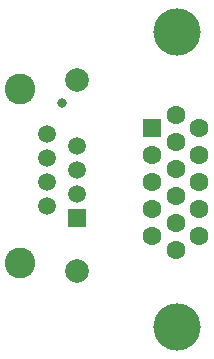
<source format=gts>
G04 #@! TF.GenerationSoftware,KiCad,Pcbnew,(5.1.8)-1*
G04 #@! TF.CreationDate,2023-06-17T02:04:58+09:00*
G04 #@! TF.ProjectId,VGAFRJ45,56474146-524a-4343-952e-6b696361645f,rev?*
G04 #@! TF.SameCoordinates,PX9157080PY791ddc0*
G04 #@! TF.FileFunction,Soldermask,Top*
G04 #@! TF.FilePolarity,Negative*
%FSLAX46Y46*%
G04 Gerber Fmt 4.6, Leading zero omitted, Abs format (unit mm)*
G04 Created by KiCad (PCBNEW (5.1.8)-1) date 2023-06-17 02:04:58*
%MOMM*%
%LPD*%
G01*
G04 APERTURE LIST*
%ADD10C,2.000000*%
%ADD11C,1.500000*%
%ADD12R,1.500000X1.500000*%
%ADD13C,2.600000*%
%ADD14C,1.600000*%
%ADD15C,4.000000*%
%ADD16R,1.600000X1.600000*%
%ADD17C,0.800000*%
G04 APERTURE END LIST*
D10*
X8890000Y24384000D03*
X8890000Y8255000D03*
D11*
X6350000Y19812000D03*
X6350000Y13716000D03*
X8890000Y14732000D03*
X6350000Y15748000D03*
X8890000Y16764000D03*
X6350000Y17780000D03*
X8890000Y18796000D03*
D12*
X8890000Y12700000D03*
D13*
X4064000Y23622000D03*
X4064000Y8890000D03*
D14*
X17240000Y10033000D03*
D15*
X17290000Y28505000D03*
X17290000Y3505000D03*
D14*
X19200000Y11160000D03*
X19200000Y13450000D03*
X19200000Y15740000D03*
X19200000Y18030000D03*
X19200000Y20320000D03*
X17220000Y12305000D03*
X17220000Y14595000D03*
X17220000Y16885000D03*
X17220000Y19175000D03*
X17220000Y21465000D03*
X15240000Y11160000D03*
X15240000Y13450000D03*
X15240000Y15740000D03*
X15240000Y18030000D03*
D16*
X15240000Y20320000D03*
D17*
X7620000Y22479000D03*
M02*

</source>
